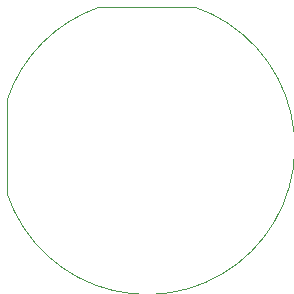
<source format=gko>
G04 Layer_Color=16711935*
%FSLAX24Y24*%
%MOIN*%
G70*
G01*
G75*
%ADD114C,0.0020*%
D114*
X-1580Y4661D02*
G03*
X-4661Y1580I1580J-4661D01*
G01*
Y-1580D02*
G03*
X1580Y4661I4661J1580D01*
G01*
X-4661Y-1580D02*
Y1580D01*
X-1580Y4661D02*
X1580D01*
M02*

</source>
